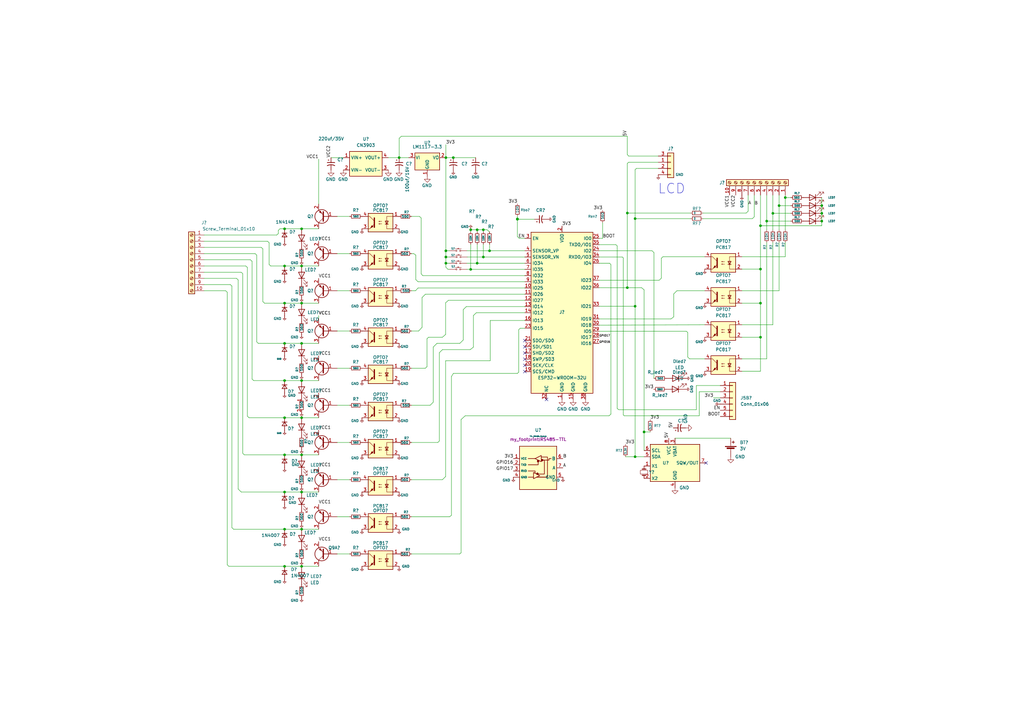
<source format=kicad_sch>
(kicad_sch (version 20211123) (generator eeschema)
  (paper "A3")
  (junction (at 123.698 217.043))
  (junction (at 182.88 107.95))
  (junction (at 212.217 89.916))
  (junction (at 337.058 90.678))
  (junction (at 116.713 232.283))
  (junction (at 316.992 87.503))
  (junction (at 123.698 186.563))
  (junction (at 123.698 232.283))
  (junction (at 123.698 124.333))
  (junction (at 311.912 110.363))
  (junction (at 116.713 217.043))
  (junction (at 198.247 105.41))
  (junction (at 198.247 94.234))
  (junction (at 116.713 124.333))
  (junction (at 116.713 140.843))
  (junction (at 116.713 186.563))
  (junction (at 116.713 201.803))
  (junction (at 311.912 92.583))
  (junction (at 116.713 93.853))
  (junction (at 116.713 109.093))
  (junction (at 200.787 102.87))
  (junction (at 116.713 171.323))
  (junction (at 260.477 89.662))
  (junction (at 116.713 156.083))
  (junction (at 195.707 94.234))
  (junction (at 257.302 87.376))
  (junction (at 212.217 89.789))
  (junction (at 123.698 140.843))
  (junction (at 123.698 156.083))
  (junction (at 260.477 187.325))
  (junction (at 319.532 84.328))
  (junction (at 193.04 94.234))
  (junction (at 337.058 87.503))
  (junction (at 185.928 64.643))
  (junction (at 182.88 64.643))
  (junction (at 337.058 84.328))
  (junction (at 182.88 105.41))
  (junction (at 311.912 124.333))
  (junction (at 182.88 102.87))
  (junction (at 163.703 64.643))
  (junction (at 260.477 125.603))
  (junction (at 314.452 90.678))
  (junction (at 264.16 177.165))
  (junction (at 195.707 107.95))
  (junction (at 257.302 117.983))
  (junction (at 123.698 201.803))
  (junction (at 311.912 138.303))
  (junction (at 193.04 110.49))
  (junction (at 123.698 171.323))
  (junction (at 123.698 109.093))
  (junction (at 123.698 93.853))
  (junction (at 322.072 81.026))
  (no_connect (at 289.56 189.865))
  (no_connect (at 215.265 149.86))
  (no_connect (at 215.265 147.32))
  (no_connect (at 215.265 152.4))
  (no_connect (at 224.155 163.83))
  (no_connect (at 215.265 139.7))
  (no_connect (at 215.265 144.78))
  (no_connect (at 215.265 142.24))
  (wire (pts (xy 95.123 117.348) (xy 95.123 216.408)))
  (wire (pts (xy 322.072 99.441) (xy 322.072 105.283)))
  (wire (pts (xy 177.673 142.367) (xy 177.673 164.973)))
  (wire (pts (xy 324.358 87.503) (xy 316.992 87.503)))
  (wire (pts (xy 200.787 100.203) (xy 200.787 102.87)))
  (wire (pts (xy 114.173 95.758) (xy 114.173 94.488)))
  (wire (pts (xy 168.783 135.763) (xy 171.704 135.763)))
  (wire (pts (xy 83.693 116.713) (xy 94.488 116.713)))
  (wire (pts (xy 198.247 105.41) (xy 215.265 105.41)))
  (wire (pts (xy 92.583 119.253) (xy 93.218 119.888)))
  (wire (pts (xy 245.745 97.79) (xy 247.142 97.79)))
  (wire (pts (xy 191.262 125.73) (xy 189.992 127)))
  (wire (pts (xy 101.473 109.728) (xy 101.473 170.688)))
  (wire (pts (xy 116.713 109.093) (xy 123.698 109.093)))
  (wire (pts (xy 309.372 80.01) (xy 309.372 88.9)))
  (wire (pts (xy 304.292 124.333) (xy 311.912 124.333)))
  (wire (pts (xy 306.07 87.376) (xy 306.832 86.614)))
  (wire (pts (xy 168.783 104.013) (xy 169.672 104.013)))
  (wire (pts (xy 195.707 94.234) (xy 193.04 94.234)))
  (wire (pts (xy 277.622 119.253) (xy 276.352 120.523)))
  (wire (pts (xy 177.673 164.973) (xy 176.403 166.243)))
  (wire (pts (xy 83.693 106.553) (xy 102.743 106.553)))
  (wire (pts (xy 179.578 181.483) (xy 180.213 180.848)))
  (wire (pts (xy 194.183 129.413) (xy 195.326 128.27)))
  (wire (pts (xy 107.823 102.108) (xy 107.823 123.698)))
  (wire (pts (xy 311.912 124.333) (xy 311.912 138.303)))
  (wire (pts (xy 116.713 124.333) (xy 123.698 124.333)))
  (wire (pts (xy 191.516 110.49) (xy 193.04 110.49)))
  (wire (pts (xy 185.166 211.328) (xy 184.404 211.963)))
  (wire (pts (xy 260.477 89.662) (xy 283.21 89.662)))
  (wire (pts (xy 138.303 104.013) (xy 143.383 104.013)))
  (wire (pts (xy 198.247 95.123) (xy 198.247 94.234)))
  (wire (pts (xy 100.203 186.563) (xy 116.713 186.563)))
  (wire (pts (xy 98.933 111.633) (xy 99.568 112.268)))
  (wire (pts (xy 193.04 100.203) (xy 193.04 110.49)))
  (wire (pts (xy 123.698 140.843) (xy 116.713 140.843)))
  (wire (pts (xy 183.769 110.49) (xy 184.404 110.49)))
  (wire (pts (xy 183.896 123.19) (xy 182.753 124.206)))
  (wire (pts (xy 182.753 147.955) (xy 201.041 147.955)))
  (wire (pts (xy 324.358 84.328) (xy 319.532 84.328)))
  (wire (pts (xy 116.713 93.853) (xy 123.698 93.853)))
  (wire (pts (xy 105.283 104.648) (xy 105.283 140.208)))
  (wire (pts (xy 191.516 102.87) (xy 200.787 102.87)))
  (wire (pts (xy 212.725 135.255) (xy 212.725 152.654)))
  (wire (pts (xy 164.592 55.88) (xy 257.302 55.88)))
  (wire (pts (xy 180.213 144.653) (xy 181.483 143.383)))
  (wire (pts (xy 257.81 66.548) (xy 257.302 67.056)))
  (wire (pts (xy 292.608 163.195) (xy 295.402 163.195)))
  (wire (pts (xy 314.452 90.678) (xy 314.452 94.361)))
  (wire (pts (xy 189.992 127) (xy 189.992 139.446)))
  (wire (pts (xy 185.166 154.432) (xy 185.166 211.328)))
  (wire (pts (xy 255.651 105.791) (xy 255.651 170.18)))
  (wire (pts (xy 182.88 64.643) (xy 185.928 64.643)))
  (wire (pts (xy 319.532 99.441) (xy 319.532 119.253)))
  (wire (pts (xy 276.352 120.523) (xy 276.352 129.921)))
  (wire (pts (xy 289.052 133.223) (xy 245.745 133.35)))
  (wire (pts (xy 182.88 107.95) (xy 182.88 109.601)))
  (wire (pts (xy 311.912 138.303) (xy 311.912 152.273)))
  (wire (pts (xy 182.88 102.87) (xy 182.88 105.41)))
  (wire (pts (xy 212.217 88.646) (xy 212.217 89.789)))
  (wire (pts (xy 191.516 107.95) (xy 195.707 107.95)))
  (wire (pts (xy 113.538 96.393) (xy 83.693 96.393)))
  (wire (pts (xy 215.265 125.73) (xy 191.262 125.73)))
  (wire (pts (xy 257.302 117.983) (xy 263.144 117.983)))
  (wire (pts (xy 195.707 100.203) (xy 195.707 107.95)))
  (wire (pts (xy 183.896 123.19) (xy 215.265 123.19)))
  (wire (pts (xy 285.623 158.115) (xy 285.623 168.021)))
  (wire (pts (xy 219.202 89.916) (xy 212.217 89.916)))
  (wire (pts (xy 138.303 166.243) (xy 143.383 166.243)))
  (wire (pts (xy 316.992 99.441) (xy 316.992 133.223)))
  (wire (pts (xy 170.561 114.681) (xy 171.45 115.57)))
  (wire (pts (xy 175.768 138.303) (xy 181.483 138.303)))
  (wire (pts (xy 337.058 92.583) (xy 337.058 90.678)))
  (wire (pts (xy 123.698 232.283) (xy 116.713 232.283)))
  (wire (pts (xy 257.302 87.376) (xy 257.302 67.056)))
  (wire (pts (xy 163.703 56.769) (xy 164.592 55.88)))
  (wire (pts (xy 116.713 217.043) (xy 95.758 217.043)))
  (wire (pts (xy 182.88 107.95) (xy 184.404 107.95)))
  (wire (pts (xy 174.498 120.65) (xy 173.101 122.047)))
  (wire (pts (xy 98.933 201.803) (xy 97.663 200.533)))
  (wire (pts (xy 213.36 134.62) (xy 215.265 134.62)))
  (wire (pts (xy 130.683 201.803) (xy 123.698 201.803)))
  (wire (pts (xy 253.111 100.838) (xy 253.111 167.513)))
  (wire (pts (xy 182.88 64.643) (xy 182.88 102.87)))
  (wire (pts (xy 189.103 172.085) (xy 190.754 170.561)))
  (wire (pts (xy 190.754 170.561) (xy 249.809 170.561)))
  (wire (pts (xy 271.907 105.283) (xy 289.052 105.283)))
  (wire (pts (xy 253.746 168.021) (xy 285.623 168.021)))
  (wire (pts (xy 171.45 115.57) (xy 215.265 115.57)))
  (wire (pts (xy 200.787 102.87) (xy 215.265 102.87)))
  (wire (pts (xy 168.783 211.963) (xy 184.404 211.963)))
  (wire (pts (xy 322.072 81.026) (xy 324.358 81.026)))
  (wire (pts (xy 260.477 125.603) (xy 260.477 187.325)))
  (wire (pts (xy 181.483 138.303) (xy 182.753 137.16)))
  (wire (pts (xy 193.04 110.49) (xy 215.265 110.49)))
  (wire (pts (xy 260.985 69.088) (xy 260.477 69.596)))
  (wire (pts (xy 123.698 217.043) (xy 116.713 217.043)))
  (wire (pts (xy 198.247 94.234) (xy 199.771 94.234)))
  (wire (pts (xy 169.672 104.013) (xy 170.561 104.648)))
  (wire (pts (xy 337.058 81.026) (xy 337.058 84.328)))
  (wire (pts (xy 268.224 103.632) (xy 268.224 155.194)))
  (wire (pts (xy 175.133 138.938) (xy 175.133 150.368)))
  (wire (pts (xy 179.197 140.843) (xy 188.595 140.843)))
  (wire (pts (xy 114.808 93.853) (xy 116.713 93.853)))
  (wire (pts (xy 185.928 64.643) (xy 195.072 64.643)))
  (wire (pts (xy 252.603 100.33) (xy 253.111 100.838)))
  (wire (pts (xy 200.787 95.123) (xy 199.771 94.234)))
  (wire (pts (xy 314.452 99.441) (xy 314.452 147.193)))
  (wire (pts (xy 195.707 107.95) (xy 215.265 107.95)))
  (wire (pts (xy 123.698 93.853) (xy 130.683 93.853)))
  (wire (pts (xy 212.217 89.789) (xy 212.217 89.916)))
  (wire (pts (xy 184.404 102.87) (xy 182.88 102.87)))
  (wire (pts (xy 195.707 95.123) (xy 195.707 94.234)))
  (wire (pts (xy 95.758 217.043) (xy 95.123 216.408)))
  (wire (pts (xy 168.783 227.203) (xy 188.595 227.203)))
  (wire (pts (xy 108.458 124.333) (xy 116.713 124.333)))
  (wire (pts (xy 102.108 171.323) (xy 116.713 171.323)))
  (wire (pts (xy 322.072 80.01) (xy 322.072 81.026)))
  (wire (pts (xy 172.085 88.773) (xy 168.783 88.773)))
  (wire (pts (xy 337.058 84.328) (xy 337.058 87.503)))
  (wire (pts (xy 264.16 118.872) (xy 264.16 177.165)))
  (wire (pts (xy 143.383 227.203) (xy 138.303 227.203)))
  (wire (pts (xy 104.013 156.083) (xy 116.713 156.083)))
  (wire (pts (xy 103.378 107.188) (xy 103.378 155.448)))
  (wire (pts (xy 264.16 177.165) (xy 266.7 177.165)))
  (wire (pts (xy 304.292 133.223) (xy 316.992 133.223)))
  (wire (pts (xy 257.81 64.008) (xy 257.302 63.373)))
  (wire (pts (xy 110.363 108.458) (xy 110.998 109.093)))
  (wire (pts (xy 255.27 105.41) (xy 255.651 105.791)))
  (wire (pts (xy 288.29 89.662) (xy 308.61 89.662)))
  (wire (pts (xy 245.745 107.95) (xy 250.063 107.95)))
  (wire (pts (xy 250.571 108.585) (xy 250.571 169.799)))
  (wire (pts (xy 83.693 101.473) (xy 107.188 101.473)))
  (wire (pts (xy 212.725 135.255) (xy 213.36 134.62)))
  (wire (pts (xy 193.04 94.234) (xy 193.04 95.123)))
  (wire (pts (xy 311.912 92.583) (xy 311.912 110.363)))
  (wire (pts (xy 212.217 89.916) (xy 212.217 97.028)))
  (wire (pts (xy 260.477 69.596) (xy 260.477 89.662)))
  (wire (pts (xy 173.101 122.047) (xy 173.101 134.239)))
  (wire (pts (xy 250.063 107.95) (xy 250.571 108.585)))
  (wire (pts (xy 304.292 147.193) (xy 314.452 147.193)))
  (wire (pts (xy 123.698 156.083) (xy 130.683 156.083)))
  (wire (pts (xy 123.698 171.323) (xy 130.683 171.323)))
  (wire (pts (xy 179.197 140.843) (xy 177.673 142.367)))
  (wire (pts (xy 173.355 113.03) (xy 172.72 112.268)))
  (wire (pts (xy 83.693 111.633) (xy 98.933 111.633)))
  (wire (pts (xy 215.265 97.79) (xy 212.979 97.79)))
  (wire (pts (xy 260.477 89.662) (xy 260.477 125.603)))
  (wire (pts (xy 281.559 135.89) (xy 282.067 136.398)))
  (wire (pts (xy 116.713 186.563) (xy 123.698 186.563)))
  (wire (pts (xy 257.302 87.376) (xy 283.21 87.376)))
  (wire (pts (xy 257.302 63.373) (xy 257.302 55.88)))
  (wire (pts (xy 260.477 187.325) (xy 264.16 187.325)))
  (wire (pts (xy 171.704 135.763) (xy 173.101 134.239)))
  (wire (pts (xy 130.683 217.043) (xy 123.698 217.043)))
  (wire (pts (xy 138.303 88.773) (xy 143.383 88.773)))
  (wire (pts (xy 123.698 186.563) (xy 130.683 186.563)))
  (wire (pts (xy 138.303 181.483) (xy 143.383 181.483)))
  (wire (pts (xy 275.209 130.81) (xy 245.745 130.81)))
  (wire (pts (xy 138.303 119.253) (xy 143.383 119.253)))
  (wire (pts (xy 181.483 196.723) (xy 182.753 195.453)))
  (wire (pts (xy 102.743 106.553) (xy 103.378 107.188)))
  (wire (pts (xy 271.272 114.046) (xy 271.272 105.918)))
  (wire (pts (xy 311.912 92.583) (xy 337.058 92.583)))
  (wire (pts (xy 245.745 117.983) (xy 257.302 117.983)))
  (wire (pts (xy 282.067 136.398) (xy 282.067 146.431)))
  (wire (pts (xy 168.783 181.483) (xy 179.578 181.483)))
  (wire (pts (xy 311.912 80.01) (xy 311.912 92.583)))
  (wire (pts (xy 123.698 109.093) (xy 130.683 109.093)))
  (wire (pts (xy 314.452 80.01) (xy 314.452 90.678)))
  (wire (pts (xy 98.933 201.803) (xy 116.713 201.803)))
  (wire (pts (xy 130.683 65.278) (xy 130.683 83.693)))
  (wire (pts (xy 104.648 104.013) (xy 105.283 104.648)))
  (wire (pts (xy 181.483 143.383) (xy 192.913 143.383)))
  (wire (pts (xy 288.29 87.376) (xy 306.07 87.376)))
  (wire (pts (xy 109.728 98.933) (xy 110.363 99.568)))
  (wire (pts (xy 130.683 232.283) (xy 123.698 232.283)))
  (wire (pts (xy 83.693 109.093) (xy 100.838 109.093)))
  (wire (pts (xy 270.002 64.008) (xy 257.81 64.008)))
  (wire (pts (xy 101.473 170.688) (xy 102.108 171.323)))
  (wire (pts (xy 182.753 195.453) (xy 182.753 147.955)))
  (wire (pts (xy 182.753 124.206) (xy 182.753 137.16)))
  (wire (pts (xy 116.713 156.083) (xy 123.698 156.083)))
  (wire (pts (xy 304.292 119.253) (xy 319.532 119.253)))
  (wire (pts (xy 93.218 231.648) (xy 93.853 232.283)))
  (wire (pts (xy 163.703 56.769) (xy 163.703 64.643)))
  (wire (pts (xy 316.992 80.01) (xy 316.992 87.503)))
  (wire (pts (xy 257.302 117.983) (xy 257.302 87.376)))
  (wire (pts (xy 159.258 64.643) (xy 163.703 64.643)))
  (wire (pts (xy 201.041 131.445) (xy 215.265 131.445)))
  (wire (pts (xy 304.292 138.303) (xy 311.912 138.303)))
  (wire (pts (xy 138.303 135.763) (xy 143.383 135.763)))
  (wire (pts (xy 277.622 119.253) (xy 289.052 119.253)))
  (wire (pts (xy 282.067 146.431) (xy 282.829 147.193)))
  (wire (pts (xy 276.352 129.921) (xy 275.209 130.81)))
  (wire (pts (xy 163.703 64.643) (xy 167.64 64.643)))
  (wire (pts (xy 83.693 114.173) (xy 97.028 114.173)))
  (wire (pts (xy 194.183 129.413) (xy 194.183 142.3416)))
  (wire (pts (xy 175.133 138.938) (xy 175.768 138.303)))
  (wire (pts (xy 110.998 109.093) (xy 116.713 109.093)))
  (wire (pts (xy 264.16 118.872) (xy 263.144 117.983)))
  (wire (pts (xy 168.783 196.723) (xy 181.483 196.723)))
  (wire (pts (xy 171.45 118.11) (xy 215.265 118.11)))
  (wire (pts (xy 282.829 147.193) (xy 289.052 147.193)))
  (wire (pts (xy 107.188 101.473) (xy 107.823 102.108)))
  (wire (pts (xy 180.213 144.653) (xy 180.213 180.848)))
  (wire (pts (xy 304.292 110.363) (xy 311.912 110.363)))
  (wire (pts (xy 270.002 69.088) (xy 260.985 69.088)))
  (wire (pts (xy 191.643 105.41) (xy 198.247 105.41)))
  (wire (pts (xy 135.763 64.643) (xy 140.843 64.643)))
  (wire (pts (xy 286.766 160.655) (xy 295.402 160.655)))
  (wire (pts (xy 304.292 105.283) (xy 322.072 105.283)))
  (wire (pts (xy 185.166 154.432) (xy 185.928 153.162)))
  (wire (pts (xy 97.028 114.173) (xy 97.663 114.808)))
  (wire (pts (xy 170.434 119.253) (xy 168.783 119.253)))
  (wire (pts (xy 311.912 110.363) (xy 311.912 124.333)))
  (wire (pts (xy 319.532 80.01) (xy 319.532 84.328)))
  (wire (pts (xy 319.532 84.328) (xy 319.532 94.361)))
  (wire (pts (xy 337.058 87.503) (xy 337.058 90.678)))
  (wire (pts (xy 250.571 169.799) (xy 249.809 170.561)))
  (wire (pts (xy 168.783 166.243) (xy 176.403 166.243)))
  (wire (pts (xy 182.88 105.41) (xy 184.531 105.41)))
  (wire (pts (xy 83.693 119.253) (xy 92.583 119.253)))
  (wire (pts (xy 245.745 135.89) (xy 281.559 135.89)))
  (wire (pts (xy 195.326 128.27) (xy 215.265 128.27)))
  (wire (pts (xy 183.769 110.49) (xy 182.88 109.601)))
  (wire (pts (xy 174.498 120.65) (xy 215.265 120.65)))
  (wire (pts (xy 110.363 108.458) (xy 110.363 99.568)))
  (wire (pts (xy 105.283 140.208) (xy 105.918 140.843)))
  (wire (pts (xy 253.111 167.513) (xy 253.746 168.021)))
  (wire (pts (xy 123.698 124.333) (xy 130.683 124.333)))
  (wire (pts (xy 97.663 200.533) (xy 97.663 114.808)))
  (wire (pts (xy 271.907 105.283) (xy 271.272 105.918)))
  (wire (pts (xy 171.45 118.11) (xy 170.434 119.253)))
  (wire (pts (xy 267.462 102.87) (xy 268.224 103.632)))
  (wire (pts (xy 182.88 105.41) (xy 182.88 107.95)))
  (wire (pts (xy 256.54 187.325) (xy 260.477 187.325)))
  (wire (pts (xy 113.538 96.393) (xy 114.173 95.758)))
  (wire (pts (xy 308.61 89.662) (xy 309.372 88.9)))
  (wire (pts (xy 138.303 196.723) (xy 143.383 196.723)))
  (wire (pts (xy 311.912 152.273) (xy 304.292 152.273)))
  (wire (pts (xy 99.568 112.268) (xy 99.568 185.928)))
  (wire (pts (xy 189.103 226.695) (xy 189.103 172.085)))
  (wire (pts (xy 192.913 143.383) (xy 194.183 142.3416)))
  (wire (pts (xy 201.041 147.955) (xy 201.041 131.445)))
  (wire (pts (xy 245.745 125.603) (xy 260.477 125.603)))
  (wire (pts (xy 185.928 153.162) (xy 212.217 153.162)))
  (wire (pts (xy 245.745 100.33) (xy 252.603 100.33)))
  (wire (pts (xy 264.16 177.165) (xy 264.16 184.785)))
  (wire (pts (xy 212.217 97.028) (xy 212.979 97.79)))
  (wire (pts (xy 83.693 104.013) (xy 104.648 104.013)))
  (wire (pts (xy 174.498 151.003) (xy 168.783 151.003)))
  (wire (pts (xy 116.713 171.323) (xy 123.698 171.323)))
  (wire (pts (xy 316.992 87.503) (xy 316.992 94.361)))
  (wire (pts (xy 173.355 113.03) (xy 215.265 113.03)))
  (wire (pts (xy 83.693 98.933) (xy 109.728 98.933)))
  (wire (pts (xy 256.032 170.561) (xy 286.766 170.561)))
  (wire (pts (xy 198.247 100.203) (xy 198.247 105.41)))
  (wire (pts (xy 114.173 94.488) (xy 114.808 93.853)))
  (wire (pts (xy 270.383 114.935) (xy 271.272 114.046)))
  (wire (pts (xy 212.725 152.654) (xy 212.217 153.162)))
  (wire (pts (xy 188.595 140.843) (xy 189.992 139.446)))
  (wire (pts (xy 286.766 160.655) (xy 286.766 170.561)))
  (wire (pts (xy 322.072 81.026) (xy 322.072 94.361)))
  (wire (pts (xy 130.683 130.683) (xy 130.683 129.413)))
  (wire (pts (xy 170.561 104.648) (xy 170.561 114.681)))
  (wire (pts (xy 107.823 123.698) (xy 108.458 124.333)))
  (wire (pts (xy 94.488 116.713) (xy 95.123 117.348)))
  (wire (pts (xy 123.698 201.803) (xy 116.713 201.803)))
  (wire (pts (xy 105.918 140.843) (xy 116.713 140.843)))
  (wire (pts (xy 93.853 232.283) (xy 116.713 232.283)))
  (wire (pts (xy 172.085 88.773) (xy 172.72 89.408)))
  (wire (pts (xy 172.72 112.268) (xy 172.72 89.408)))
  (wire (pts (xy 103.378 155.448) (xy 104.013 156.083)))
  (wire (pts (xy 143.383 211.963) (xy 138.303 211.963)))
  (wire (pts (xy 138.303 151.003) (xy 143.383 151.003)))
  (wire (pts (xy 255.651 170.18) (xy 256.032 170.561)))
  (wire (pts (xy 245.745 102.87) (xy 267.462 102.87)))
  (wire (pts (xy 245.745 105.41) (xy 255.27 105.41)))
  (wire (pts (xy 100.838 109.093) (xy 101.473 109.728)))
  (wire (pts (xy 285.623 158.115) (xy 295.402 158.115)))
  (wire (pts (xy 245.745 114.935) (xy 270.383 114.935)))
  (wire (pts (xy 175.133 150.368) (xy 174.498 151.003)))
  (wire (pts (xy 306.832 80.01) (xy 306.832 86.614)))
  (wire (pts (xy 130.683 140.843) (xy 123.698 140.843)))
  (wire (pts (xy 99.568 185.928) (xy 100.203 186.563)))
  (wire (pts (xy 247.142 91.313) (xy 247.142 97.79)))
  (wire (pts (xy 276.86 179.705) (xy 299.72 179.705)))
  (wire (pts (xy 93.218 119.888) (xy 93.218 231.648)))
  (wire (pts (xy 324.358 90.678) (xy 314.452 90.678)))
  (wire (pts (xy 188.595 227.203) (xy 189.103 226.695)))
  (wire (pts (xy 270.002 66.548) (xy 257.81 66.548)))
  (wire (pts (xy 195.707 94.234) (xy 198.247 94.234)))
  (wire (pts (xy 182.88 59.309) (xy 182.88 64.643)))
  (text "LCD" (at 269.748 79.883 0) (effects (font (size 4 4)) (justify left bottom)))
  (label "GPIO17" (at 210.566 193.167 180))
  (label "VCC" (at 130.683 129.413 0))
  (label "3V3" (at 230.505 92.71 0))
  (label "A" (at 306.832 84.201 0))
  (label "VCC2" (at 135.763 64.643 90))
  (label "VCC1" (at 130.683 65.278 180))
  (label "3V3" (at 212.217 83.566 180))
  (label "B" (at 309.372 84.328 0))
  (label "3V3" (at 247.142 86.233 180))
  (label "VCC1" (at 130.683 176.403 0))
  (label "GPIO17" (at 245.745 138.303 0) (effects (font (size 0.8 0.8))))
  (label "B" (at 230.886 188.087 0))
  (label "3V3" (at 266.7 172.085 0))
  (label "EN" (at 295.402 168.275 180))
  (label "BOOT" (at 295.402 170.815 180))
  (label "5V" (at 274.32 179.705 90))
  (label "3V3" (at 256.54 182.245 0))
  (label "3V3" (at 210.566 188.087 180))
  (label "VCC1" (at 130.683 191.643 0))
  (label "GPIO16" (at 210.566 190.627 180))
  (label "3V3" (at 268.097 159.639 180))
  (label "VCC1" (at 130.683 145.923 0))
  (label "VCC1" (at 299.212 80.01 270))
  (label "5V" (at 257.302 55.88 90))
  (label "GPIO16" (at 245.745 140.843 0) (effects (font (size 0.8 0.8))))
  (label "VCC1" (at 130.683 129.413 0))
  (label "VCC1" (at 130.683 114.173 0))
  (label "3V3" (at 182.88 59.309 0))
  (label "VCC1" (at 130.683 206.883 0))
  (label "VCC1" (at 130.683 161.163 0))
  (label "EN" (at 215.265 97.79 180))
  (label "3V3" (at 292.608 163.195 180))
  (label "A" (at 230.886 191.897 0))
  (label "VCC1" (at 130.683 98.933 0))
  (label "VCC1" (at 130.683 222.123 0))
  (label "VCC2" (at 301.752 80.01 270))
  (label "BOOT" (at 247.142 97.79 0))
  (label "5V" (at 276.098 175.514 90))
  (symbol (lib_name "GND_1") (lib_id "power:GND") (at 163.703 171.323 0) (unit 1)
    (property "Reference" "#PWR?" (effects hide))
    (property "Value" "GND" (at 167.513 172.593 0) (effects (font (size 1 1)) (justify right)))
  )
  (symbol (lib_name "GND_1") (lib_id "power:GND") (at 116.713 176.403 0) (unit 1)
    (property "Reference" "#PWR?" (effects hide))
    (property "Value" "GND" (at 115.443 177.673 0) (effects (font (size 0.6 0.6)) (justify right)))
  )
  (symbol (lib_id "Device:R_Small") (at 326.898 81.026 270) (unit 1)
    (property "Reference" "RL?" (at 325.755 79.248 90) (effects (font (size 0.8 0.8)) (justify left)))
    (property "Value" "560" (at 325.628 81.026 90) (effects (font (size 0.8 0.8)) (justify left)))
    (property "Footprint" "Resistor_SMD:R_0805_2012Metric" (effects hide))
  )
  (symbol (lib_name "GND_1") (lib_id "power:GND") (at 163.703 109.093 0) (unit 1)
    (property "Reference" "#PWR?" (effects hide))
    (property "Value" "GND" (at 167.513 110.363 0) (effects (font (size 1 1)) (justify right)))
  )
  (symbol (lib_name "D_Small_2") (lib_id "Device:D_Small") (at 116.713 189.103 270) (unit 1)
    (property "Reference" "D?" (at 119.507 189.103 90) (effects (justify left)))
    (property "Value" "1N4007" (effects hide))
    (property "Footprint" "Diode_SMD:D_1206_3216Metric" (effects hide))
  )
  (symbol (lib_id "Device:R_Small") (at 145.923 181.483 90) (unit 1)
    (property "Reference" "R?" (at 147.193 178.943 90) (effects (justify left)))
    (property "Value" "560" (at 147.193 181.483 90) (effects (font (size 0.8 0.8)) (justify left)))
    (property "Footprint" "Resistor_SMD:R_0805_2012Metric" (effects hide))
  )
  (symbol (lib_id "Connector:Screw_Terminal_01x10") (at 311.912 74.93 270) (mirror x) (unit 1)
    (property "Reference" "J?" (at 296.164 74.93 90))
    (property "Value" "Screw_Terminal_01x10" (effects hide))
    (property "Footprint" "my_footprint:2EDGR-5.08-10P" (effects hide))
  )
  (symbol (lib_id "Device:R_Small") (at 123.698 227.203 0) (unit 1)
    (property "Reference" "R?" (at 121.92 228.727 90) (effects (font (size 1 1)) (justify left)))
    (property "Value" "560" (at 123.698 228.473 90) (effects (font (size 1 1)) (justify left)))
    (property "Footprint" "Resistor_SMD:R_0805_2012Metric" (effects hide))
  )
  (symbol (lib_id "Device:R_Small") (at 166.243 211.963 90) (unit 1)
    (property "Reference" "R?" (at 167.513 210.058 90) (effects (font (size 1 1)) (justify left)))
    (property "Value" "560" (at 167.513 211.963 90) (effects (font (size 1 1)) (justify left)))
    (property "Footprint" "Resistor_SMD:R_0805_2012Metric" (effects hide))
  )
  (symbol (lib_id "Device:R_Small") (at 145.923 227.203 90) (unit 1)
    (property "Reference" "R?" (at 147.193 224.663 90) (effects (justify left)))
    (property "Value" "560" (at 147.193 227.203 90) (effects (font (size 0.8 0.8)) (justify left)))
    (property "Footprint" "Resistor_SMD:R_0805_2012Metric" (effects hide))
  )
  (symbol (lib_id "Isolator:PC817") (at 156.083 121.793 0) (mirror y) (unit 1)
    (property "Reference" "OPTO?" (at 156.083 114.808 0))
    (property "Value" "PC817" (at 156.083 116.713 0))
    (property "Footprint" "my_footprint:SO-4_7.6x3.6mm_P2.54mm_1234" (effects hide))
    (property "Datasheet" "http://www.soselectronic.cz/a_info/resource/d/pc817.pdf" (effects hide))
  )
  (symbol (lib_name "GND_1") (lib_id "power:GND") (at 123.698 199.263 0) (unit 1)
    (property "Reference" "#PWR?" (effects hide))
    (property "Value" "GND" (at 122.428 200.533 0) (effects (font (size 1 1)) (justify right)))
  )
  (symbol (lib_name "GND_1") (lib_id "power:GND") (at 195.072 69.723 0) (mirror y) (unit 1)
    (property "Reference" "#PWR?" (effects hide))
    (property "Value" "GND" (at 193.421 72.644 0) (effects (font (size 1 1)) (justify right)))
  )
  (symbol (lib_id "Device:R_Small") (at 256.54 184.785 180) (unit 1)
    (property "Reference" "RT?" (at 255.27 184.785 0) (effects (font (size 1 1)) (justify left)))
    (property "Value" "3.3K" (at 256.54 183.515 90) (effects (font (size 0.8 0.8)) (justify left)))
    (property "Footprint" "Resistor_SMD:R_0805_2012Metric" (effects hide))
  )
  (symbol (lib_id "power:GND") (at 281.178 175.514 90) (unit 1)
    (property "Reference" "#PWR?" (effects hide))
    (property "Value" "GND" (at 281.178 171.704 0))
  )
  (symbol (lib_id "Device:LED") (at 123.698 159.893 90) (unit 1)
    (property "Reference" "LED?" (at 127.254 160.2104 90) (effects (justify right)))
    (property "Value" "LED" (at 127.254 162.7504 90) (effects (justify right)))
    (property "Footprint" "LED_SMD:LED_0805_2012Metric" (effects hide))
  )
  (symbol (lib_id "Device:LED") (at 276.987 159.639 180) (unit 1)
    (property "Reference" "Dled?" (at 278.5745 152.654 0))
    (property "Value" "LED" (at 278.5745 155.194 0))
    (property "Footprint" "LED_SMD:LED_0805_2012Metric" (effects hide))
  )
  (symbol (lib_id "power:GND") (at 240.157 163.83 0) (unit 1)
    (property "Reference" "#PWR?" (effects hide))
    (property "Value" "GND" (at 242.189 167.767 0) (effects (justify right)))
  )
  (symbol (lib_id "Device:R_Small") (at 145.923 196.723 90) (unit 1)
    (property "Reference" "R?" (at 147.193 194.183 90) (effects (justify left)))
    (property "Value" "560" (at 147.193 196.723 90) (effects (font (size 0.8 0.8)) (justify left)))
    (property "Footprint" "Resistor_SMD:R_0805_2012Metric" (effects hide))
  )
  (symbol (lib_name "Q_PNP_BCE_2") (lib_id "Device:Q_PNP_BCE") (at 133.223 135.763 180) (unit 1)
    (property "Reference" "Q?" (at 128.651 135.763 0) (effects (justify left)))
    (property "Value" "2N5401" (effects hide))
    (property "Footprint" "Package_TO_SOT_SMD:SOT-23" (effects hide))
  )
  (symbol (lib_name "GND_1") (lib_id "power:GND") (at 148.463 124.333 0) (unit 1)
    (property "Reference" "#PWR?" (effects hide))
    (property "Value" "GND" (at 147.193 125.603 0) (effects (font (size 1 1)) (justify right)))
  )
  (symbol (lib_id "Device:LED") (at 123.698 112.903 90) (unit 1)
    (property "Reference" "LED?" (at 124.968 110.617 90) (effects (justify right)))
    (property "Value" "LED" (effects hide))
    (property "Footprint" "LED_SMD:LED_0805_2012Metric" (effects hide))
  )
  (symbol (lib_id "Device:D_Small") (at 116.713 111.633 270) (unit 1)
    (property "Reference" "D?" (at 118.618 110.3629 90) (effects (justify left)))
    (property "Value" "1N4148" (effects hide))
    (property "Footprint" "Diode_SMD:D_1206_3216Metric" (effects hide))
  )
  (symbol (lib_id "Device:R_Small") (at 285.75 87.376 270) (unit 1)
    (property "Reference" "RF?" (at 283.8958 85.6234 90) (effects (justify left)))
    (property "Value" "0" (at 284.48 87.376 90) (effects (font (size 0.8 0.8)) (justify left)))
    (property "Footprint" "Resistor_SMD:R_0805_2012Metric" (effects hide))
  )
  (symbol (lib_name "Q_PNP_BCE_2") (lib_id "Device:Q_PNP_BCE") (at 133.223 166.243 180) (unit 1)
    (property "Reference" "Q?" (at 128.651 166.243 0) (effects (justify left)))
    (property "Value" "2N5401" (effects hide))
    (property "Footprint" "Package_TO_SOT_SMD:SOT-23" (effects hide))
  )
  (symbol (lib_name "SW_Push_1") (lib_id "Switch:SW_Push") (at 187.96 107.95 0) (mirror y) (unit 1)
    (property "Reference" "S?" (at 185.801 107.188 0) (effects (font (size 0.8 0.8))))
    (property "Value" "SW_Push" (effects hide))
    (property "Footprint" "Button_Switch_THT:SW_PUSH_6mm_H5mm" (effects hide))
  )
  (symbol (lib_name "GND_1") (lib_id "power:GND") (at 116.713 237.363 0) (unit 1)
    (property "Reference" "#PWR?" (effects hide))
    (property "Value" "GND" (at 115.443 238.633 0) (effects (font (size 1 1)) (justify right)))
  )
  (symbol (lib_id "Isolator:PC817") (at 296.672 149.733 0) (mirror y) (unit 1)
    (property "Reference" "OPTO?" (at 296.672 140.843 0))
    (property "Value" "PC817" (at 296.672 143.383 0))
    (property "Footprint" "my_footprint:SO-4_7.6x3.6mm_P2.54mm_1234" (effects hide))
    (property "Datasheet" "http://www.soselectronic.cz/a_info/resource/d/pc817.pdf" (effects hide))
  )
  (symbol (lib_name "GND_1") (lib_id "power:GND") (at 148.463 109.093 0) (unit 1)
    (property "Reference" "#PWR?" (effects hide))
    (property "Value" "GND" (at 147.193 110.363 0) (effects (font (size 1 1)) (justify right)))
  )
  (symbol (lib_name "GND_1") (lib_id "power:GND") (at 289.052 124.333 0) (unit 1)
    (property "Reference" "#PWR?" (effects hide))
    (property "Value" "GND" (at 288.417 126.238 0) (effects (font (size 1 1)) (justify right)))
  )
  (symbol (lib_id "Device:LED") (at 333.248 87.503 180) (unit 1)
    (property "Reference" "LED?" (at 341.122 87.503 0) (effects (font (size 0.8 0.8))))
    (property "Value" "LED" (effects hide))
    (property "Footprint" "LED_SMD:LED_0805_2012Metric" (effects hide))
  )
  (symbol (lib_name "GND_1") (lib_id "power:GND") (at 148.463 156.083 0) (unit 1)
    (property "Reference" "#PWR?" (effects hide))
    (property "Value" "GND" (at 147.193 157.353 0) (effects (font (size 1 1)) (justify right)))
  )
  (symbol (lib_name "D_Small_3") (lib_id "Device:D_Small") (at 116.713 173.863 270) (unit 1)
    (property "Reference" "D?" (at 117.9831 175.768 90) (effects (justify left)))
    (property "Value" "1N4007" (effects hide))
    (property "Footprint" "Diode_SMD:D_1206_3216Metric" (effects hide))
  )
  (symbol (lib_name "GND_1") (lib_id "power:GND") (at 295.402 165.735 270) (unit 1)
    (property "Reference" "#PWR?" (effects hide))
    (property "Value" "GND" (at 295.656 164.338 90) (effects (font (size 1 1)) (justify right)))
  )
  (symbol (lib_name "Q_PNP_BCE_2") (lib_id "Device:Q_PNP_BCE") (at 133.223 104.013 180) (unit 1)
    (property "Reference" "Q?" (at 128.651 104.013 0) (effects (justify left)))
    (property "Value" "2N5401" (effects hide))
    (property "Footprint" "Package_TO_SOT_SMD:SOT-23" (effects hide))
  )
  (symbol (lib_id "Device:R_Small") (at 123.698 104.013 0) (unit 1)
    (property "Reference" "R?" (at 121.92 105.537 90) (effects (font (size 1 1)) (justify left)))
    (property "Value" "560" (at 123.698 105.283 90) (effects (font (size 1 1)) (justify left)))
    (property "Footprint" "Resistor_SMD:R_0805_2012Metric" (effects hide))
  )
  (symbol (lib_id "Device:R_Small") (at 123.698 211.963 0) (unit 1)
    (property "Reference" "R?" (at 121.92 213.487 90) (effects (font (size 1 1)) (justify left)))
    (property "Value" "560" (at 123.698 213.487 90) (effects (font (size 1 1)) (justify left)))
    (property "Footprint" "Resistor_SMD:R_0805_2012Metric" (effects hide))
  )
  (symbol (lib_id "Device:LED") (at 123.698 128.143 90) (unit 1)
    (property "Reference" "LED?" (at 126.111 128.143 90) (effects (justify right)))
    (property "Value" "LED" (at 127.254 131.0004 90) (effects (justify right)))
    (property "Footprint" "LED_SMD:LED_0805_2012Metric" (effects hide))
  )
  (symbol (lib_id "Device:R_Small") (at 166.243 166.243 270) (unit 1)
    (property "Reference" "R?" (at 164.719 164.465 90) (effects (font (size 1 1)) (justify left)))
    (property "Value" "560" (at 164.973 166.243 90) (effects (font (size 1 1)) (justify left)))
    (property "Footprint" "Resistor_SMD:R_0805_2012Metric" (effects hide))
  )
  (symbol (lib_id "power:GND") (at 159.258 69.723 0) (unit 1)
    (property "Reference" "#PWR?" (effects hide))
    (property "Value" "GND" (at 161.163 73.533 0) (effects (justify right)))
  )
  (symbol (lib_name "GND_1") (lib_id "power:GND") (at 148.463 186.563 0) (unit 1)
    (property "Reference" "#PWR?" (effects hide))
    (property "Value" "GND" (at 147.193 187.833 0) (effects (font (size 1 1)) (justify right)))
  )
  (symbol (lib_name "GND_1") (lib_id "power:GND") (at 123.698 184.023 0) (unit 1)
    (property "Reference" "#PWR?" (effects hide))
    (property "Value" "GND" (at 122.428 185.293 0) (effects (font (size 1 1)) (justify right)))
  )
  (symbol (lib_id "Device:R_Small") (at 193.04 97.663 180) (unit 1)
    (property "Reference" "R?" (at 194.818 86.741 0) (effects (justify left)))
    (property "Value" "10K" (at 193.04 96.393 90) (effects (font (size 0.8 0.8)) (justify left)))
    (property "Footprint" "Resistor_SMD:R_0805_2012Metric" (effects hide))
  )
  (symbol (lib_name "GND_1") (lib_id "power:GND") (at 148.463 201.803 0) (unit 1)
    (property "Reference" "#PWR?" (effects hide))
    (property "Value" "GND" (at 147.193 203.073 0) (effects (font (size 1 1)) (justify right)))
  )
  (symbol (lib_id "Device:R_Small") (at 123.698 242.443 0) (unit 1)
    (property "Reference" "R?" (at 121.92 243.967 90) (effects (font (size 1 1)) (justify left)))
    (property "Value" "560" (at 123.698 243.713 90) (effects (font (size 1 1)) (justify left)))
    (property "Footprint" "Resistor_SMD:R_0805_2012Metric" (effects hide))
  )
  (symbol (lib_name "GND_1") (lib_id "power:GND") (at 148.463 93.853 0) (unit 1)
    (property "Reference" "#PWR?" (effects hide))
    (property "Value" "GND" (at 147.193 95.123 0) (effects (font (size 1 1)) (justify right)))
  )
  (symbol (lib_name "GND_1") (lib_id "power:GND") (at 123.698 153.543 0) (unit 1)
    (property "Reference" "#PWR?" (effects hide))
    (property "Value" "GND" (at 122.428 154.813 0) (effects (font (size 1 1)) (justify right)))
  )
  (symbol (lib_id "Device:R_Small") (at 200.787 97.663 180) (unit 1)
    (property "Reference" "R?" (at 202.692 92.964 0) (effects (justify left)))
    (property "Value" "10K" (at 200.787 96.393 90) (effects (font (size 0.8 0.8)) (justify left)))
    (property "Footprint" "Resistor_SMD:R_0805_2012Metric" (effects hide))
  )
  (symbol (lib_name "GND_1") (lib_id "power:GND") (at 163.703 201.803 0) (unit 1)
    (property "Reference" "#PWR?" (effects hide))
    (property "Value" "GND" (at 167.513 203.073 0) (effects (font (size 1 1)) (justify right)))
  )
  (symbol (lib_id "Device:R_Small") (at 145.923 135.763 90) (unit 1)
    (property "Reference" "R?" (at 147.193 133.223 90) (effects (justify left)))
    (property "Value" "560" (at 147.193 135.763 90) (effects (font (size 0.8 0.8)) (justify left)))
    (property "Footprint" "Resistor_SMD:R_0805_2012Metric" (effects hide))
  )
  (symbol (lib_id "Isolator:PC817") (at 296.672 135.763 0) (mirror y) (unit 1)
    (property "Reference" "OPTO?" (at 296.672 126.873 0))
    (property "Value" "PC817" (at 296.672 129.413 0))
    (property "Footprint" "my_footprint:SO-4_7.6x3.6mm_P2.54mm_1234" (effects hide))
    (property "Datasheet" "http://www.soselectronic.cz/a_info/resource/d/pc817.pdf" (effects hide))
  )
  (symbol (lib_id "Device:R_Small") (at 145.923 166.243 90) (unit 1)
    (property "Reference" "R?" (at 147.193 163.703 90) (effects (justify left)))
    (property "Value" "560" (at 147.193 166.243 90) (effects (font (size 0.8 0.8)) (justify left)))
    (property "Footprint" "Resistor_SMD:R_0805_2012Metric" (effects hide))
  )
  (symbol (lib_name "GND_1") (lib_id "power:GND") (at 116.713 206.883 0) (unit 1)
    (property "Reference" "#PWR?" (effects hide))
    (property "Value" "GND" (at 121.539 206.121 0) (effects (font (size 1 1)) (justify right)))
  )
  (symbol (lib_id "Device:LED") (at 123.698 205.613 90) (unit 1)
    (property "Reference" "LED?" (at 125.603 203.073 90) (effects (justify right)))
    (property "Value" "LED" (effects hide))
    (property "Footprint" "LED_SMD:LED_0805_2012Metric" (effects hide))
  )
  (symbol (lib_name "Q_PNP_BCE_2") (lib_id "Device:Q_PNP_BCE") (at 133.223 119.253 180) (unit 1)
    (property "Reference" "Q?" (at 128.651 119.253 0) (effects (justify left)))
    (property "Value" "2N5401" (effects hide))
    (property "Footprint" "Package_TO_SOT_SMD:SOT-23" (effects hide))
  )
  (symbol (lib_id "power:GND") (at 175.26 72.263 0) (unit 1)
    (property "Reference" "#PWR?" (effects hide))
    (property "Value" "GND" (at 177.165 76.073 0) (effects (justify right)))
  )
  (symbol (lib_id "Isolator:PC817") (at 296.672 121.793 0) (mirror y) (unit 1)
    (property "Reference" "OPTO?" (at 296.672 112.903 0))
    (property "Value" "PC817" (at 296.672 115.443 0))
    (property "Footprint" "my_footprint:SO-4_7.6x3.6mm_P2.54mm_1234" (effects hide))
    (property "Datasheet" "http://www.soselectronic.cz/a_info/resource/d/pc817.pdf" (effects hide))
  )
  (symbol (lib_id "Device:C_Polarized_Small_US") (at 221.742 89.916 90) (unit 1)
    (property "Reference" "CR?" (at 221.742 86.233 90))
    (property "Value" "100nF" (effects hide))
    (property "Footprint" "Capacitor_SMD:C_0805_2012Metric" (effects hide))
  )
  (symbol (lib_name "GND_1") (lib_id "power:GND") (at 123.698 168.783 0) (unit 1)
    (property "Reference" "#PWR?" (effects hide))
    (property "Value" "GND" (at 122.428 170.053 0) (effects (font (size 1 1)) (justify right)))
  )
  (symbol (lib_name "GND_1") (lib_id "power:GND") (at 289.052 110.363 0) (unit 1)
    (property "Reference" "#PWR?" (effects hide))
    (property "Value" "GND" (at 288.417 112.268 0) (effects (font (size 1 1)) (justify right)))
  )
  (symbol (lib_id "Device:LED") (at 333.248 84.328 180) (unit 1)
    (property "Reference" "LED?" (at 341.122 84.328 0) (effects (font (size 0.8 0.8))))
    (property "Value" "LED" (effects hide))
    (property "Footprint" "LED_SMD:LED_0805_2012Metric" (effects hide))
  )
  (symbol (lib_id "Device:LED") (at 333.248 81.026 180) (unit 1)
    (property "Reference" "LED?" (at 341.122 81.026 0) (effects (font (size 0.8 0.8))))
    (property "Value" "LED" (effects hide))
    (property "Footprint" "LED_SMD:LED_0805_2012Metric" (effects hide))
  )
  (symbol (lib_id "Isolator:PC817") (at 156.083 184.023 0) (mirror y) (unit 1)
    (property "Reference" "OPTO?" (at 156.083 177.038 0))
    (property "Value" "PC817" (at 156.083 178.943 0))
    (property "Footprint" "my_footprint:SO-4_7.6x3.6mm_P2.54mm_1234" (effects hide))
    (property "Datasheet" "http://www.soselectronic.cz/a_info/resource/d/pc817.pdf" (effects hide))
  )
  (symbol (lib_id "power:GND") (at 163.703 69.723 0) (unit 1)
    (property "Reference" "#PWR?" (effects hide))
    (property "Value" "GND" (at 165.608 73.533 0) (effects (justify right)))
  )
  (symbol (lib_id "Device:R_Small") (at 314.452 96.901 0) (unit 1)
    (property "Reference" "R?" (at 313.69 102.362 90) (effects (font (size 1 1)) (justify left)))
    (property "Value" "10K" (at 314.452 98.425 90) (effects (font (size 1 1)) (justify left)))
    (property "Footprint" "Resistor_SMD:R_0805_2012Metric" (effects hide))
  )
  (symbol (lib_id "Device:R_Small") (at 166.243 181.483 90) (unit 1)
    (property "Reference" "R?" (at 167.767 179.705 90) (effects (font (size 1 1)) (justify left)))
    (property "Value" "560" (at 167.513 181.483 90) (effects (font (size 1 1)) (justify left)))
    (property "Footprint" "Resistor_SMD:R_0805_2012Metric" (effects hide))
  )
  (symbol (lib_id "Device:R_Small") (at 195.707 97.663 180) (unit 1)
    (property "Reference" "R?" (at 197.485 88.9 0) (effects (justify left)))
    (property "Value" "10K" (at 195.707 96.393 90) (effects (font (size 0.8 0.8)) (justify left)))
    (property "Footprint" "Resistor_SMD:R_0805_2012Metric" (effects hide))
  )
  (symbol (lib_id "Device:R_Small") (at 166.243 104.013 90) (unit 1)
    (property "Reference" "R?" (at 167.767 102.235 90) (effects (font (size 1 1)) (justify left)))
    (property "Value" "560" (at 167.513 104.013 90) (effects (font (size 1 1)) (justify left)))
    (property "Footprint" "Resistor_SMD:R_0805_2012Metric" (effects hide))
  )
  (symbol (lib_id "Device:R_Small") (at 145.923 88.773 90) (unit 1)
    (property "Reference" "R?" (at 147.193 86.233 90) (effects (justify left)))
    (property "Value" "560" (at 147.193 88.773 90) (effects (font (size 0.8 0.8)) (justify left)))
    (property "Footprint" "Resistor_SMD:R_0805_2012Metric" (effects hide))
  )
  (symbol (lib_id "power:GND") (at 235.077 163.83 0) (unit 1)
    (property "Reference" "#PWR?" (effects hide))
    (property "Value" "GND" (at 237.109 167.767 0) (effects (justify right)))
  )
  (symbol (lib_id "Device:C_Polarized_Small_US") (at 278.638 175.514 90) (unit 1)
    (property "Reference" "C?" (at 279.273 172.593 90))
    (property "Value" "100nF" (effects hide))
    (property "Footprint" "Capacitor_SMD:C_0805_2012Metric" (effects hide))
  )
  (symbol (lib_name "GND_1") (lib_id "power:GND") (at 289.052 152.273 0) (unit 1)
    (property "Reference" "#PWR?" (effects hide))
    (property "Value" "GND" (at 288.417 154.178 0) (effects (font (size 1 1)) (justify right)))
  )
  (symbol (lib_id "Device:D_Small") (at 116.713 219.583 270) (unit 1)
    (property "Reference" "D?" (at 118.745 219.075 90) (effects (justify left)))
    (property "Value" "1N4007" (at 107.188 219.583 90) (effects (justify left)))
    (property "Footprint" "Diode_SMD:D_1206_3216Metric" (effects hide))
  )
  (symbol (lib_id "Timer_RTC:DS1307+") (at 276.86 189.865 0) (unit 1)
    (property "Reference" "U?" (at 273.05 189.865 0))
    (property "Value" "DS1307+" (effects hide))
    (property "Footprint" "Package_SO:SOIC-8-1EP_3.9x4.9mm_P1.27mm_EP2.29x3mm" (effects hide))
    (property "Datasheet" "https://datasheets.maximintegrated.com/en/ds/DS1307.pdf" (effects hide))
  )
  (symbol (lib_name "Q_PNP_BCE_2") (lib_id "Device:Q_PNP_BCE") (at 133.223 151.003 180) (unit 1)
    (property "Reference" "Q?" (at 128.651 151.003 0) (effects (justify left)))
    (property "Value" "2N5401" (effects hide))
    (property "Footprint" "Package_TO_SOT_SMD:SOT-23" (effects hide))
  )
  (symbol (lib_id "Device:R_Small") (at 145.923 211.963 90) (unit 1)
    (property "Reference" "R?" (at 147.193 209.423 90) (effects (justify left)))
    (property "Value" "560" (at 147.193 211.963 90) (effects (font (size 0.8 0.8)) (justify left)))
    (property "Footprint" "Resistor_SMD:R_0805_2012Metric" (effects hide))
  )
  (symbol (lib_name "Screw_Terminal_01x10_1") (lib_id "Connector:Screw_Terminal_01x10") (at 78.613 106.553 0) (mirror y) (unit 1)
    (property "Reference" "J?" (at 83.693 91.313 0))
    (property "Value" "Screw_Terminal_01x10" (at 93.853 93.853 0))
    (property "Footprint" "my_footprint:2EDGR-5.08-10P" (effects hide))
  )
  (symbol (lib_name "GND_1") (lib_id "power:GND") (at 123.698 229.743 0) (unit 1)
    (property "Reference" "#PWR?" (effects hide))
    (property "Value" "GND" (at 122.428 231.013 0) (effects (font (size 1 1)) (justify right)))
  )
  (symbol (lib_name "GND_1") (lib_id "power:GND") (at 116.713 114.173 0) (unit 1)
    (property "Reference" "#PWR?" (effects hide))
    (property "Value" "GND" (at 115.443 115.443 0) (effects (font (size 1 1)) (justify right)))
  )
  (symbol (lib_id "Device:C_Polarized_Small_US") (at 195.072 67.183 0) (unit 1)
    (property "Reference" "C?" (at 198.755 67.183 0))
    (property "Value" "100nF" (effects hide))
    (property "Footprint" "Capacitor_SMD:C_0805_2012Metric" (effects hide))
  )
  (symbol (lib_id "Device:R_Small") (at 123.698 134.493 0) (unit 1)
    (property "Reference" "R?" (at 121.92 136.017 90) (effects (font (size 1 1)) (justify left)))
    (property "Value" "560" (at 123.698 135.763 90) (effects (font (size 1 1)) (justify left)))
    (property "Footprint" "Resistor_SMD:R_0805_2012Metric" (effects hide))
  )
  (symbol (lib_id "Regulator_Linear:LM1117-3.3") (at 175.26 64.643 0) (unit 1)
    (property "Reference" "U?" (at 175.26 58.547 0))
    (property "Value" "LM1117-3.3" (at 175.26 60.198 0))
    (property "Footprint" "Package_TO_SOT_SMD:SOT-223-3_TabPin2" (effects hide))
    (property "Datasheet" "http://www.ti.com/lit/ds/symlink/lm1117.pdf" (effects hide))
  )
  (symbol (lib_id "power:GND") (at 230.505 163.83 0) (unit 1)
    (property "Reference" "#PWR?" (effects hide))
    (property "Value" "GND" (at 232.537 167.767 0) (effects (justify right)))
  )
  (symbol (lib_name "GND_1") (lib_id "power:GND") (at 123.698 244.983 0) (unit 1)
    (property "Reference" "#PWR?" (effects hide))
    (property "Value" "GND" (at 122.428 246.253 0) (effects (font (size 1 1)) (justify right)))
  )
  (symbol (lib_id "Device:R_Small") (at 266.7 174.625 180) (unit 1)
    (property "Reference" "RT?" (at 271.018 174.625 0) (effects (font (size 1 1)) (justify left)))
    (property "Value" "3.3K" (at 266.7 173.355 90) (effects (font (size 0.8 0.8)) (justify left)))
    (property "Footprint" "Resistor_SMD:R_0805_2012Metric" (effects hide))
  )
  (symbol (lib_id "1_MyDevice:TTL_RS485_Module") (at 220.726 190.627 0) (unit 1)
    (property "Reference" "U?" (at 220.726 176.403 0))
    (property "Value" "TTL_RS485_Module" (at 220.726 178.943 0) (effects (font (size 0.5 0.5))))
    (property "Footprint" "my_footprint:RS485-TTL" (at 220.726 180.213 0))
    (property "Datasheet" "http://www.st.com/resource/en/datasheet/st485eb.pdf" (effects hide))
  )
  (symbol (lib_id "Isolator:PC817") (at 296.672 107.823 0) (mirror y) (unit 1)
    (property "Reference" "OPTO?" (at 296.672 98.933 0))
    (property "Value" "PC817" (at 296.672 101.473 0))
    (property "Footprint" "my_footprint:SO-4_7.6x3.6mm_P2.54mm_1234" (effects hide))
    (property "Datasheet" "http://www.soselectronic.cz/a_info/resource/d/pc817.pdf" (effects hide))
  )
  (symbol (lib_id "Connector_Generic_MountingPin:Conn_01x04_MountingPin") (at 275.082 66.548 0) (unit 1)
    (property "Reference" "J?" (at 273.939 60.96 0) (effects (justify left)))
    (property "Value" "Conn_01x04_MountingPin" (effects hide))
    (property "Footprint" "Connector_PinHeader_2.54mm:PinHeader_1x04_P2.54mm_Vertical" (effects hide))
  )
  (symbol (lib_id "Device:R_Small") (at 123.698 119.253 0) (unit 1)
    (property "Reference" "R?" (at 121.92 120.777 90) (effects (font (size 1 1)) (justify left)))
    (property "Value" "560" (at 123.698 120.523 90) (effects (font (size 1 1)) (justify left)))
    (property "Footprint" "Resistor_SMD:R_0805_2012Metric" (effects hide))
  )
  (symbol (lib_name "GND_1") (lib_id "power:GND") (at 304.292 80.01 0) (unit 1)
    (property "Reference" "#PWR?" (effects hide))
    (property "Value" "GND" (at 304.292 82.042 90) (effects (font (size 1 1)) (justify right)))
  )
  (symbol (lib_name "SW_Push_1") (lib_id "Switch:SW_Push") (at 187.96 102.87 0) (mirror y) (unit 1)
    (property "Reference" "S?" (at 185.801 101.981 0) (effects (font (size 0.8 0.8))))
    (property "Value" "SW_Push" (effects hide))
    (property "Footprint" "Button_Switch_THT:SW_PUSH_6mm_H5mm" (effects hide))
  )
  (symbol (lib_id "power:GND") (at 140.843 69.723 0) (unit 1)
    (property "Reference" "#PWR?" (effects hide))
    (property "Value" "GND" (at 142.748 73.533 0) (effects (justify right)))
  )
  (symbol (lib_id "Device:R_Small") (at 123.698 151.003 0) (unit 1)
    (property "Reference" "R?" (at 121.92 152.527 90) (effects (font (size 1 1)) (justify left)))
    (property "Value" "560" (at 123.698 152.273 90) (effects (font (size 1 1)) (justify left)))
    (property "Footprint" "Resistor_SMD:R_0805_2012Metric" (effects hide))
  )
  (symbol (lib_name "Q_PNP_BCE_2") (lib_id "Device:Q_PNP_BCE") (at 133.223 88.773 180) (unit 1)
    (property "Reference" "Q?" (at 128.651 88.773 0) (effects (justify left)))
    (property "Value" "2N5401" (effects hide))
    (property "Footprint" "Package_TO_SOT_SMD:SOT-23" (effects hide))
  )
  (symbol (lib_id "Device:R_Small") (at 166.243 196.723 90) (unit 1)
    (property "Reference" "R?" (at 167.767 194.945 90) (effects (font (size 1 1)) (justify left)))
    (property "Value" "560" (at 167.513 196.723 90) (effects (font (size 1 1)) (justify left)))
    (property "Footprint" "Resistor_SMD:R_0805_2012Metric" (effects hide))
  )
  (symbol (lib_id "Isolator:PC817") (at 156.083 138.303 0) (mirror y) (unit 1)
    (property "Reference" "OPTO?" (at 156.083 131.318 0))
    (property "Value" "PC817" (at 156.083 133.223 0))
    (property "Footprint" "my_footprint:SO-4_7.6x3.6mm_P2.54mm_1234" (effects hide))
    (property "Datasheet" "http://www.soselectronic.cz/a_info/resource/d/pc817.pdf" (effects hide))
  )
  (symbol (lib_id "Isolator:PC817") (at 156.083 199.263 0) (mirror y) (unit 1)
    (property "Reference" "OPTO?" (at 156.083 194.183 0))
    (property "Value" "PC817" (at 156.083 192.278 0))
    (property "Footprint" "my_footprint:SO-4_7.6x3.6mm_P2.54mm_1234" (effects hide))
    (property "Datasheet" "http://www.soselectronic.cz/a_info/resource/d/pc817.pdf" (effects hide))
  )
  (symbol (lib_name "GND_1") (lib_id "power:GND") (at 163.703 217.043 0) (unit 1)
    (property "Reference" "#PWR?" (effects hide))
    (property "Value" "GND" (at 168.021 217.043 0) (effects (font (size 1 1)) (justify right)))
  )
  (symbol (lib_name "GND_1") (lib_id "power:GND") (at 163.703 140.843 0) (unit 1)
    (property "Reference" "#PWR?" (effects hide))
    (property "Value" "GND" (at 167.513 142.113 0) (effects (font (size 1 1)) (justify right)))
  )
  (symbol (lib_name "GND_1") (lib_id "power:GND") (at 185.928 69.723 0) (mirror y) (unit 1)
    (property "Reference" "#PWR?" (effects hide))
    (property "Value" "GND" (at 184.277 72.644 0) (effects (font (size 1 1)) (justify right)))
  )
  (symbol (lib_id "Device:D_Small") (at 116.713 126.873 270) (unit 1)
    (property "Reference" "D?" (at 118.618 125.6029 90) (effects (justify left)))
    (property "Value" "1N4007" (effects hide))
    (property "Footprint" "Diode_SMD:D_1206_3216Metric" (effects hide))
  )
  (symbol (lib_id "power:GND") (at 299.72 187.325 0) (unit 1)
    (property "Reference" "#PWR?" (effects hide))
    (property "Value" "GND" (at 303.53 187.325 0))
  )
  (symbol (lib_name "GND_1") (lib_id "power:GND") (at 116.713 145.923 0) (unit 1)
    (property "Reference" "#PWR?" (effects hide))
    (property "Value" "GND" (at 115.443 147.193 0) (effects (font (size 0.6 0.6)) (justify right)))
  )
  (symbol (lib_id "Device:R_Small") (at 285.75 89.662 270) (unit 1)
    (property "Reference" "RF?" (at 283.8958 91.6178 90) (effects (justify left)))
    (property "Value" " 0" (at 284.48 89.662 90) (effects (font (size 0.8 0.8)) (justify left)))
    (property "Footprint" "Resistor_SMD:R_0805_2012Metric" (effects hide))
  )
  (symbol (lib_id "Device:R_Small") (at 166.243 119.253 270) (unit 1)
    (property "Reference" "R?" (at 164.719 117.475 90) (effects (font (size 1 1)) (justify left)))
    (property "Value" "560" (at 164.973 119.253 90) (effects (font (size 1 1)) (justify left)))
    (property "Footprint" "Resistor_SMD:R_0805_2012Metric" (effects hide))
  )
  (symbol (lib_name "Q_PNP_BCE_2") (lib_id "Device:Q_PNP_BCE") (at 133.223 196.723 180) (unit 1)
    (property "Reference" "Q?" (at 128.651 196.723 0) (effects (justify left)))
    (property "Value" "2N5401" (effects hide))
    (property "Footprint" "Package_TO_SOT_SMD:SOT-23" (effects hide))
  )
  (symbol (lib_id "Isolator:PC817") (at 156.083 214.503 0) (mirror y) (unit 1)
    (property "Reference" "OPTO?" (at 156.083 209.423 0))
    (property "Value" "PC817" (at 156.083 207.518 0))
    (property "Footprint" "my_footprint:SO-4_7.6x3.6mm_P2.54mm_1234" (effects hide))
    (property "Datasheet" "http://www.soselectronic.cz/a_info/resource/d/pc817.pdf" (effects hide))
  )
  (symbol (lib_id "Device:R_Small") (at 326.898 87.503 90) (unit 1)
    (property "Reference" "RL?" (at 328.041 85.979 90) (effects (font (size 0.8 0.8)) (justify left)))
    (property "Value" "560" (at 328.168 87.503 90) (effects (font (size 0.8 0.8)) (justify left)))
    (property "Footprint" "Resistor_SMD:R_0805_2012Metric" (effects hide))
  )
  (symbol (lib_id "Device:R_Small") (at 145.923 151.003 90) (unit 1)
    (property "Reference" "R?" (at 147.193 148.463 90) (effects (justify left)))
    (property "Value" "560" (at 147.193 151.003 90) (effects (font (size 0.8 0.8)) (justify left)))
    (property "Footprint" "Resistor_SMD:R_0805_2012Metric" (effects hide))
  )
  (symbol (lib_id "Device:LED") (at 123.698 220.853 90) (unit 1)
    (property "Reference" "LED?" (at 124.841 218.44 90) (effects (justify right)))
    (property "Value" "LED" (effects hide))
    (property "Footprint" "LED_SMD:LED_0805_2012Metric" (effects hide))
  )
  (symbol (lib_id "power:GND") (at 276.86 200.025 0) (unit 1)
    (property "Reference" "#PWR?" (effects hide))
    (property "Value" "GND" (at 280.67 200.025 0))
  )
  (symbol (lib_name "CN3903_1") (lib_id "1_MyDevice:CN3903") (at 149.733 67.183 0) (unit 1)
    (property "Reference" "U?" (at 150.0505 57.023 0))
    (property "Value" "CN3903" (at 150.0505 59.563 0))
    (property "Footprint" "my_footprint:DCDC5V" (effects hide))
    (property "Datasheet" "https://www.mikroelec.com/product/373/5v-30v-to-5v-dc-dc-3a-fixed-output-mini-buck-step-down-converter-board-module-voltage-regulator-pcb-" (effects hide))
  )
  (symbol (lib_name "GND_1") (lib_id "power:GND") (at 163.703 232.283 0) (unit 1)
    (property "Reference" "#PWR?" (effects hide))
    (property "Value" "GND" (at 168.021 232.283 0) (effects (font (size 1 1)) (justify right)))
  )
  (symbol (lib_name "GND_1") (lib_id "power:GND") (at 163.703 156.083 0) (unit 1)
    (property "Reference" "#PWR?" (effects hide))
    (property "Value" "GND" (at 167.513 157.353 0) (effects (font (size 1 1)) (justify right)))
  )
  (symbol (lib_id "Device:R_Small") (at 123.698 196.723 0) (unit 1)
    (property "Reference" "R?" (at 121.92 198.247 90) (effects (font (size 1 1)) (justify left)))
    (property "Value" "560" (at 123.698 197.993 90) (effects (font (size 1 1)) (justify left)))
    (property "Footprint" "Resistor_SMD:R_0805_2012Metric" (effects hide))
  )
  (symbol (lib_id "RF_Module:ESP32-WROOM-32U") (at 230.505 128.27 0) (unit 1)
    (property "Reference" "J?" (at 229.362 128.016 0) (effects (justify left)))
    (property "Value" "ESP32-WROOM-32U" (at 220.599 154.94 0) (effects (justify left)))
    (property "Footprint" "RF_Module:ESP32-WROOM-32U" (effects hide))
    (property "Datasheet" "https://www.espressif.com/sites/default/files/documentation/esp32-wroom-32d_esp32-wroom-32u_datasheet_en.pdf" (effects hide))
  )
  (symbol (lib_id "Device:LED") (at 123.698 144.653 90) (unit 1)
    (property "Reference" "LED?" (at 127.254 144.9704 90) (effects (justify right)))
    (property "Value" "LED" (at 127.254 147.5104 90) (effects (justify right)))
    (property "Footprint" "LED_SMD:LED_0805_2012Metric" (effects hide))
  )
  (symbol (lib_id "Device:D_Small") (at 116.713 234.823 270) (unit 1)
    (property "Reference" "D?" (at 119.253 233.5529 90) (effects (justify left)))
    (property "Value" "1N4007" (at 119.253 236.0929 90) (effects (justify left)))
    (property "Footprint" "Diode_SMD:D_1206_3216Metric" (effects hide))
  )
  (symbol (lib_name "GND_1") (lib_id "power:GND") (at 230.886 195.707 0) (unit 1)
    (property "Reference" "#PWR?" (effects hide))
    (property "Value" "GND" (at 229.616 196.977 0) (effects (font (size 1 1)) (justify right)))
  )
  (symbol (lib_id "Device:C_Polarized_Small_US") (at 163.703 67.183 0) (unit 1)
    (property "Reference" "C?" (at 166.4208 67.183 0) (effects (justify left)))
    (property "Value" "100uf/16V" (at 167.005 78.867 90) (effects (justify left)))
    (property "Footprint" "Capacitor_SMD:C_0805_2012Metric" (effects hide))
  )
  (symbol (lib_id "Device:D_Small") (at 116.713 143.383 270) (unit 1)
    (property "Reference" "D?" (at 118.618 142.1129 90) (effects (justify left)))
    (property "Value" "1N4007" (effects hide))
    (property "Footprint" "Diode_SMD:D_1206_3216Metric" (effects hide))
  )
  (symbol (lib_id "Device:LED") (at 333.248 90.678 180) (unit 1)
    (property "Reference" "LED?" (at 341.122 90.678 0) (effects (font (size 0.8 0.8))))
    (property "Value" "LED" (effects hide))
    (property "Footprint" "LED_SMD:LED_0805_2012Metric" (effects hide))
  )
  (symbol (lib_id "Connector_Generic:Conn_01x06") (at 300.482 163.195 0) (unit 1)
    (property "Reference" "J5B?" (at 303.657 163.1949 0) (effects (justify left)))
    (property "Value" "Conn_01x06" (at 303.657 165.7349 0) (effects (justify left)))
    (property "Footprint" "Connector_PinHeader_2.54mm:PinHeader_1x06_P2.54mm_Vertical" (effects hide))
  )
  (symbol (lib_name "GND_1") (lib_id "power:GND") (at 210.566 195.707 0) (unit 1)
    (property "Reference" "#PWR?" (effects hide))
    (property "Value" "GND" (at 209.296 196.977 0) (effects (font (size 1 1)) (justify right)))
  )
  (symbol (lib_name "GND_1") (lib_id "power:GND") (at 163.703 93.853 0) (unit 1)
    (property "Reference" "#PWR?" (effects hide))
    (property "Value" "GND" (at 167.513 95.123 0) (effects (font (size 1 1)) (justify right)))
  )
  (symbol (lib_id "Device:R_Small") (at 166.243 135.763 90) (unit 1)
    (property "Reference" "R?" (at 167.767 133.985 90) (effects (font (size 1 1)) (justify left)))
    (property "Value" "560" (at 167.513 135.763 90) (effects (font (size 1 1)) (justify left)))
    (property "Footprint" "Resistor_SMD:R_0805_2012Metric" (effects hide))
  )
  (symbol (lib_name "D_Small_4") (lib_id "Device:D_Small") (at 116.713 158.623 270) (unit 1)
    (property "Reference" "D?" (at 117.9831 160.528 90) (effects (justify left)))
    (property "Value" "1N4007" (effects hide))
    (property "Footprint" "Diode_SMD:D_1206_3216Metric" (effects hide))
  )
  (symbol (lib_id "Device:R_Small") (at 247.142 88.773 0) (unit 1)
    (property "Reference" "Ren?" (at 241.173 88.773 0) (effects (font (size 1 1)) (justify left)))
    (property "Value" "560" (at 247.142 90.043 90) (effects (font (size 1 1)) (justify left)))
    (property "Footprint" "Resistor_SMD:R_0805_2012Metric" (effects hide))
  )
  (symbol (lib_id "Device:R_Small") (at 198.247 97.663 180) (unit 1)
    (property "Reference" "R?" (at 200.025 90.932 0) (effects (justify left)))
    (property "Value" "10K" (at 198.247 96.393 90) (effects (font (size 0.8 0.8)) (justify left)))
    (property "Footprint" "Resistor_SMD:R_0805_2012Metric" (effects hide))
  )
  (symbol (lib_name "GND_1") (lib_id "power:GND") (at 163.703 186.563 0) (unit 1)
    (property "Reference" "#PWR?" (effects hide))
    (property "Value" "GND" (at 167.513 187.833 0) (effects (font (size 1 1)) (justify right)))
  )
  (symbol (lib_id "Device:R_Small") (at 326.898 90.678 90) (unit 1)
    (property "Reference" "RL?" (at 328.041 89.154 90) (effects (font (size 0.8 0.8)) (justify left)))
    (property "Value" "560" (at 328.168 90.678 90) (effects (font (size 0.8 0.8)) (justify left)))
    (property "Footprint" "Resistor_SMD:R_0805_2012Metric" (effects hide))
  )
  (symbol (lib_id "Device:R_Small") (at 319.532 96.901 180) (unit 1)
    (property "Reference" "R?" (at 318.77 99.314 90) (effects (font (size 1 1)) (justify left)))
    (property "Value" "10K" (at 319.5574 95.3516 90) (effects (font (size 1 1)) (justify left)))
    (property "Footprint" "Resistor_SMD:R_0805_2012Metric" (effects hide))
  )
  (symbol (lib_id "Device:LED") (at 123.698 236.093 90) (unit 1)
    (property "Reference" "LED?" (at 127.254 236.4104 90) (effects (justify right)))
    (property "Value" "LED" (at 127.254 238.9504 90) (effects (justify right)))
    (property "Footprint" "LED_SMD:LED_0805_2012Metric" (effects hide))
  )
  (symbol (lib_name "D_Small_1") (lib_id "Device:D_Small") (at 116.713 204.343 270) (unit 1)
    (property "Reference" "D?" (at 118.237 204.343 90) (effects (justify left)))
    (property "Value" "1N4007" (effects hide))
    (property "Footprint" "Diode_SMD:D_1206_3216Metric" (effects hide))
  )
  (symbol (lib_id "Device:R_Small") (at 270.637 159.639 90) (unit 1)
    (property "Reference" "R_led?" (at 273.8882 162.0774 90) (effects (justify left)))
    (property "Value" "560" (at 271.907 159.639 90) (effects (font (size 0.8 0.8)) (justify left)))
    (property "Footprint" "Resistor_SMD:R_0805_2012Metric" (effects hide))
  )
  (symbol (lib_name "GND_1") (lib_id "power:GND") (at 116.713 222.123 0) (unit 1)
    (property "Reference" "#PWR?" (effects hide))
    (property "Value" "GND" (at 115.443 223.393 0) (effects (font (size 1 1)) (justify right)))
  )
  (symbol (lib_id "Device:LED") (at 123.698 190.373 90) (unit 1)
    (property "Reference" "LED?" (at 127.254 190.6904 90) (effects (justify right)))
    (property "Value" "LED" (at 127.254 193.2304 90) (effects (justify right)))
    (property "Footprint" "LED_SMD:LED_0805_2012Metric" (effects hide))
  )
  (symbol (lib_name "GND_1") (lib_id "power:GND") (at 123.698 121.793 0) (unit 1)
    (property "Reference" "#PWR?" (effects hide))
    (property "Value" "GND" (at 122.428 123.063 0) (effects (font (size 1 1)) (justify right)))
  )
  (symbol (lib_name "GND_1") (lib_id "power:GND") (at 148.463 217.043 0) (unit 1)
    (property "Reference" "#PWR?" (effects hide))
    (property "Value" "GND" (at 147.193 218.313 0) (effects (font (size 1 1)) (justify right)))
  )
  (symbol (lib_id "Device:R_Small") (at 145.923 119.253 90) (unit 1)
    (property "Reference" "R?" (at 147.193 116.713 90) (effects (justify left)))
    (property "Value" "560" (at 147.193 119.253 90) (effects (font (size 0.8 0.8)) (justify left)))
    (property "Footprint" "Resistor_SMD:R_0805_2012Metric" (effects hide))
  )
  (symbol (lib_id "Device:D_Small") (at 116.713 96.393 270) (unit 1)
    (property "Reference" "D?" (at 118.618 95.1229 90) (effects (justify left)))
    (property "Value" "1N4148" (at 113.03 91.059 90) (effects (justify left)))
    (property "Footprint" "Diode_SMD:D_1206_3216Metric" (effects hide))
  )
  (symbol (lib_id "Device:R_Small") (at 166.243 88.773 90) (unit 1)
    (property "Reference" "R?" (at 167.767 86.995 90) (effects (font (size 1 1)) (justify left)))
    (property "Value" "560" (at 167.767 88.773 90) (effects (font (size 1 1)) (justify left)))
    (property "Footprint" "Resistor_SMD:R_0805_2012Metric" (effects hide))
  )
  (symbol (lib_id "Device:R_Small") (at 145.923 104.013 90) (unit 1)
    (property "Reference" "R?" (at 147.193 101.473 90) (effects (justify left)))
    (property "Value" "560" (at 147.193 104.013 90) (effects (font (size 0.8 0.8)) (justify left)))
    (property "Footprint" "Resistor_SMD:R_0805_2012Metric" (effects hide))
  )
  (symbol (lib_name "SW_Push_1") (lib_id "Switch:SW_Push") (at 187.96 110.49 0) (mirror y) (unit 1)
    (property "Reference" "S?" (at 185.8772 109.347 0) (effects (font (size 0.8 0.8))))
    (property "Value" "SW_Push" (effects hide))
    (property "Footprint" "Button_Switch_THT:SW_PUSH_6mm_H5mm" (effects hide))
  )
  (symbol (lib_name "GND_1") (lib_id "power:GND") (at 289.052 138.303 0) (unit 1)
    (property "Reference" "#PWR?" (effects hide))
    (property "Value" "GND" (at 288.417 140.208 0) (effects (font (size 1 1)) (justify right)))
  )
  (symbol (lib_id "Device:C_Polarized_Small_US") (at 185.928 67.183 0) (unit 1)
    (property "Reference" "C?" (at 190.5 67.183 0))
    (property "Value" "10uf/50v" (effects hide))
    (property "Footprint" "Capacitor_SMD:C_0805_2012Metric" (effects hide))
  )
  (symbol (lib_id "Device:R_Small") (at 166.243 151.003 90) (unit 1)
    (property "Reference" "R?" (at 167.767 149.225 90) (effects (font (size 1 1)) (justify left)))
    (property "Value" "560" (at 167.513 151.003 90) (effects (font (size 1 1)) (justify left)))
    (property "Footprint" "Resistor_SMD:R_0805_2012Metric" (effects hide))
  )
  (symbol (lib_id "Isolator:PC817") (at 156.083 229.743 0) (mirror y) (unit 1)
    (property "Reference" "OPTO?" (at 156.083 224.663 0))
    (property "Value" "PC817" (at 156.083 222.758 0))
    (property "Footprint" "my_footprint:SO-4_7.6x3.6mm_P2.54mm_1234" (effects hide))
    (property "Datasheet" "http://www.soselectronic.cz/a_info/resource/d/pc817.pdf" (effects hide))
  )
  (symbol (lib_name "GND_1") (lib_id "power:GND") (at 116.713 191.643 0) (unit 1)
    (property "Reference" "#PWR?" (effects hide))
    (property "Value" "GND" (at 122.809 190.627 0) (effects (font (size 1 1)) (justify right)))
  )
  (symbol (lib_name "GND_1") (lib_id "power:GND") (at 163.703 124.333 0) (unit 1)
    (property "Reference" "#PWR?" (effects hide))
    (property "Value" "GND" (at 167.513 125.603 0) (effects (font (size 1 1)) (justify right)))
  )
  (symbol (lib_name "GND_1") (lib_id "power:GND") (at 116.713 161.163 0) (unit 1)
    (property "Reference" "#PWR?" (effects hide))
    (property "Value" "GND" (at 121.285 162.179 0) (effects (font (size 1 1)) (justify right)))
  )
  (symbol (lib_id "Device:Crystal_Small") (at 264.16 193.675 270) (unit 1)
    (property "Reference" "Y?" (at 268.478 193.675 90) (effects (justify right)))
    (property "Value" "Crystal_Small" (effects hide))
    (property "Footprint" "Crystal:Crystal_AT310_D3.0mm_L10.0mm_Horizontal" (effects hide))
  )
  (symbol (lib_id "Device:R_Small") (at 322.072 96.901 180) (unit 1)
    (property "Reference" "R?" (at 321.31 99.314 90) (effects (font (size 1 1)) (justify left)))
    (property "Value" "10K" (at 322.0974 95.4024 90) (effects (font (size 1 1)) (justify left)))
    (property "Footprint" "Resistor_SMD:R_0805_2012Metric" (effects hide))
  )
  (symbol (lib_name "GND_1") (lib_id "power:GND") (at 270.002 71.628 0) (unit 1)
    (property "Reference" "#PWR?" (effects hide))
    (property "Value" "GND" (at 280.289 71.628 0) (effects (font (size 1 1)) (justify right)))
  )
  (symbol (lib_name "GND_1") (lib_id "power:GND") (at 280.924 155.194 90) (unit 1)
    (property "Reference" "#PWR?" (effects hide))
    (property "Value" "GND" (at 283.845 153.543 0) (effects (font (size 1 1)) (justify right)))
  )
  (symbol (lib_name "R_Small_1") (lib_id "Device:R_Small") (at 123.698 166.243 0) (unit 1)
    (property "Reference" "R?" (at 121.92 167.767 90) (effects (font (size 1 1)) (justify left)))
    (property "Value" "560" (at 123.698 167.513 90) (effects (font (size 1 1)) (justify left)))
    (property "Footprint" "Resistor_SMD:R_0805_2012Metric" (effects hide))
  )
  (symbol (lib_name "GND_1") (lib_id "power:GND") (at 116.713 129.413 0) (unit 1)
    (property "Reference" "#PWR?" (effects hide))
    (property "Value" "GND" (at 115.443 130.683 0) (effects (font (size 1 1)) (justify right)))
  )
  (symbol (lib_name "GND_1") (lib_id "power:GND") (at 123.698 106.553 0) (unit 1)
    (property "Reference" "#PWR?" (effects hide))
    (property "Value" "GND" (at 122.428 107.823 0) (effects (font (size 1 1)) (justify right)))
  )
  (symbol (lib_id "Device:Battery_Cell") (at 299.72 184.785 0) (unit 1)
    (property "Reference" "BT?" (at 303.403 181.4829 0) (effects (justify left)))
    (property "Value" "3V" (at 303.403 184.0229 0) (effects (justify left)))
    (property "Footprint" "Battery:BatteryHolder_LINX_BAT-HLD-012-SMT" (effects hide))
  )
  (symbol (lib_id "Device:R_Small") (at 326.898 84.328 90) (unit 1)
    (property "Reference" "RL?" (at 328.041 82.677 90) (effects (font (size 0.8 0.8)) (justify left)))
    (property "Value" "560" (at 328.168 84.328 90) (effects (font (size 0.8 0.8)) (justify left)))
    (property "Footprint" "Resistor_SMD:R_0805_2012Metric" (effects hide))
  )
  (symbol (lib_id "Isolator:PC817") (at 156.083 153.543 0) (mirror y) (unit 1)
    (property "Reference" "OPTO?" (at 156.083 146.558 0))
    (property "Value" "PC817" (at 156.083 148.463 0))
    (property "Footprint" "my_footprint:SO-4_7.6x3.6mm_P2.54mm_1234" (effects hide))
    (property "Datasheet" "http://www.soselectronic.cz/a_info/resource/d/pc817.pdf" (effects hide))
  )
  (symbol (lib_id "Isolator:PC817") (at 156.083 91.313 0) (mirror y) (unit 1)
    (property "Reference" "OPTO?" (at 156.083 84.328 0))
    (property "Value" "PC817" (at 156.083 86.233 0))
    (property "Footprint" "my_footprint:SO-4_7.6x3.6mm_P2.54mm_1234" (effects hide))
    (property "Datasheet" "http://www.soselectronic.cz/a_info/resource/d/pc817.pdf" (effects hide))
  )
  (symbol (lib_id "Device:R_Small") (at 212.217 86.106 0) (unit 1)
    (property "Reference" "Rbo?" (at 213.487 86.106 0) (effects (font (size 1 1)) (justify left)))
    (property "Value" "10K" (at 212.217 87.376 90) (effects (font (size 1 1)) (justify left)))
    (property "Footprint" "Resistor_SMD:R_0805_2012Metric" (effects hide))
  )
  (symbol (lib_id "Isolator:PC817") (at 156.083 168.783 0) (mirror y) (unit 1)
    (property "Reference" "OPTO?" (at 156.083 161.798 0))
    (property "Value" "PC817" (at 156.083 163.703 0))
    (property "Footprint" "my_footprint:SO-4_7.6x3.6mm_P2.54mm_1234" (effects hide))
    (property "Datasheet" "http://www.soselectronic.cz/a_info/resource/d/pc817.pdf" (effects hide))
  )
  (symbol (lib_id "Device:R_Small") (at 270.764 155.194 90) (unit 1)
    (property "Reference" "R_led?" (at 272.034 152.654 90) (effects (justify left)))
    (property "Value" "560" (at 272.034 155.194 90) (effects (font (size 0.8 0.8)) (justify left)))
    (property "Footprint" "Resistor_SMD:R_0805_2012Metric" (effects hide))
  )
  (symbol (lib_name "GND_1") (lib_id "power:GND") (at 148.463 232.283 0) (unit 1)
    (property "Reference" "#PWR?" (effects hide))
    (property "Value" "GND" (at 147.193 233.553 0) (effects (font (size 1 1)) (justify right)))
  )
  (symbol (lib_id "power:GND") (at 135.763 69.723 0) (unit 1)
    (property "Reference" "#PWR?" (effects hide))
    (property "Value" "GND" (at 137.668 73.533 0) (effects (justify right)))
  )
  (symbol (lib_id "Device:R_Small") (at 166.243 227.203 90) (unit 1)
    (property "Reference" "R?" (at 168.275 225.425 90) (effects (font (size 1 1)) (justify left)))
    (property "Value" "560" (at 167.513 227.203 90) (effects (font (size 1 1)) (justify left)))
    (property "Footprint" "Resistor_SMD:R_0805_2012Metric" (effects hide))
  )
  (symbol (lib_name "GND_1") (lib_id "power:GND") (at 148.463 140.843 0) (unit 1)
    (property "Reference" "#PWR?" (effects hide))
    (property "Value" "GND" (at 147.193 142.113 0) (effects (font (size 1 1)) (justify right)))
  )
  (symbol (lib_name "GND_1") (lib_id "power:GND") (at 123.698 137.033 0) (unit 1)
    (property "Reference" "#PWR?" (effects hide))
    (property "Value" "GND" (at 122.428 138.303 0) (effects (font (size 1 1)) (justify right)))
  )
  (symbol (lib_id "Device:LED") (at 123.698 97.663 90) (unit 1)
    (property "Reference" "LED?" (at 126.873 97.9804 90) (effects (justify right)))
    (property "Value" "LED" (effects hide))
    (property "Footprint" "LED_SMD:LED_0805_2012Metric" (effects hide))
  )
  (symbol (lib_name "Q_PNP_BCE_2") (lib_id "Device:Q_PNP_BCE") (at 133.223 181.483 180) (unit 1)
    (property "Reference" "Q?" (at 128.651 181.483 0) (effects (justify left)))
    (property "Value" "2N5401" (effects hide))
    (property "Footprint" "Package_TO_SOT_SMD:SOT-23" (effects hide))
  )
  (symbol (lib_name "GND_1") (lib_id "power:GND") (at 280.797 159.639 90) (unit 1)
    (property "Reference" "#PWR?" (effects hide))
    (property "Value" "GND" (at 283.718 157.988 0) (effects (font (size 1 1)) (justify right)))
  )
  (symbol (lib_name "GND_1") (lib_id "power:GND") (at 116.713 98.933 0) (unit 1)
    (property "Reference" "#PWR?" (effects hide))
    (property "Value" "GND" (at 115.443 100.203 0) (effects (font (size 1 1)) (justify right)))
  )
  (symbol (lib_name "GND_1") (lib_id "power:GND") (at 193.04 94.234 0) (mirror x) (unit 1)
    (property "Reference" "#PWR?" (effects hide))
    (property "Value" "GND" (at 192.2272 92.964 0) (effects (font (size 1 1)) (justify right)))
  )
  (symbol (lib_name "Q_PNP_BCE_2") (lib_id "Device:Q_PNP_BCE") (at 133.223 211.963 180) (unit 1)
    (property "Reference" "Q?" (at 128.651 211.963 0) (effects (justify left)))
    (property "Value" "2N5401" (effects hide))
    (property "Footprint" "Package_TO_SOT_SMD:SOT-23" (effects hide))
  )
  (symbol (lib_id "Isolator:PC817") (at 156.083 106.553 0) (mirror y) (unit 1)
    (property "Reference" "OPTO?" (at 156.083 99.568 0))
    (property "Value" "PC817" (at 156.083 101.473 0))
    (property "Footprint" "my_footprint:SO-4_7.6x3.6mm_P2.54mm_1234" (effects hide))
    (property "Datasheet" "http://www.soselectronic.cz/a_info/resource/d/pc817.pdf" (effects hide))
  )
  (symbol (lib_id "Device:C_Polarized_Small_US") (at 135.763 67.183 0) (unit 1)
    (property "Reference" "C?" (at 138.303 65.4811 0) (effects (justify left)))
    (property "Value" "220uf/35V" (at 130.556 56.896 0) (effects (justify left)))
    (property "Footprint" "Capacitor_THT:CP_Radial_D8.0mm_P5.00mm" (effects hide))
  )
  (symbol (lib_id "Device:R_Small") (at 316.992 96.901 0) (unit 1)
    (property "Reference" "R?" (at 316.23 102.362 90) (effects (font (size 1 1)) (justify left)))
    (property "Value" "10K" (at 316.992 98.298 90) (effects (font (size 1 1)) (justify left)))
    (property "Footprint" "Resistor_SMD:R_0805_2012Metric" (effects hide))
  )
  (symbol (lib_id "Device:LED") (at 123.698 175.133 90) (unit 1)
    (property "Reference" "LED?" (at 127.254 175.4504 90) (effects (justify right)))
    (property "Value" "LED" (at 127.254 177.9904 90) (effects (justify right)))
    (property "Footprint" "LED_SMD:LED_0805_2012Metric" (effects hide))
  )
  (symbol (lib_name "GND_1") (lib_id "power:GND") (at 224.282 89.916 90) (unit 1)
    (property "Reference" "#PWR?" (effects hide))
    (property "Value" "GND" (at 227.33 88.265 0) (effects (font (size 1 1)) (justify right)))
  )
  (symbol (lib_name "Q_PNP_BCE_2") (lib_id "Device:Q_PNP_BCE") (at 133.223 227.203 180) (unit 1)
    (property "Reference" "Q9A?" (at 139.573 224.663 0) (effects (justify left)))
    (property "Value" "2N5401" (effects hide))
    (property "Footprint" "Package_TO_SOT_SMD:SOT-23" (effects hide))
  )
  (symbol (lib_name "GND_1") (lib_id "power:GND") (at 148.463 171.323 0) (unit 1)
    (property "Reference" "#PWR?" (effects hide))
    (property "Value" "GND" (at 147.193 172.593 0) (effects (font (size 1 1)) (justify right)))
  )
  (symbol (lib_name "GND_1") (lib_id "power:GND") (at 123.698 214.503 0) (unit 1)
    (property "Reference" "#PWR?" (effects hide))
    (property "Value" "GND" (at 122.428 215.773 0) (effects (font (size 1 1)) (justify right)))
  )
  (symbol (lib_name "SW_Push_1") (lib_id "Switch:SW_Push") (at 188.087 105.41 0) (mirror y) (unit 1)
    (property "Reference" "S?" (at 185.801 104.648 0) (effects (font (size 0.8 0.8))))
    (property "Value" "SW_Push" (effects hide))
    (property "Footprint" "Button_Switch_THT:SW_PUSH_6mm_H5mm" (effects hide))
  )
  (symbol (lib_id "Device:LED") (at 277.114 155.194 180) (unit 1)
    (property "Reference" "Dled?" (at 278.7015 148.209 0))
    (property "Value" "LED" (at 278.7015 150.749 0))
    (property "Footprint" "LED_SMD:LED_0805_2012Metric" (effects hide))
  )
  (symbol (lib_id "Device:R_Small") (at 123.698 181.483 180) (unit 1)
    (property "Reference" "R?" (at 125.476 179.959 90) (effects (font (size 1 1)) (justify left)))
    (property "Value" "560" (at 123.698 180.213 90) (effects (font (size 1 1)) (justify left)))
    (property "Footprint" "Resistor_SMD:R_0805_2012Metric" (effects hide))
  )
)
</source>
